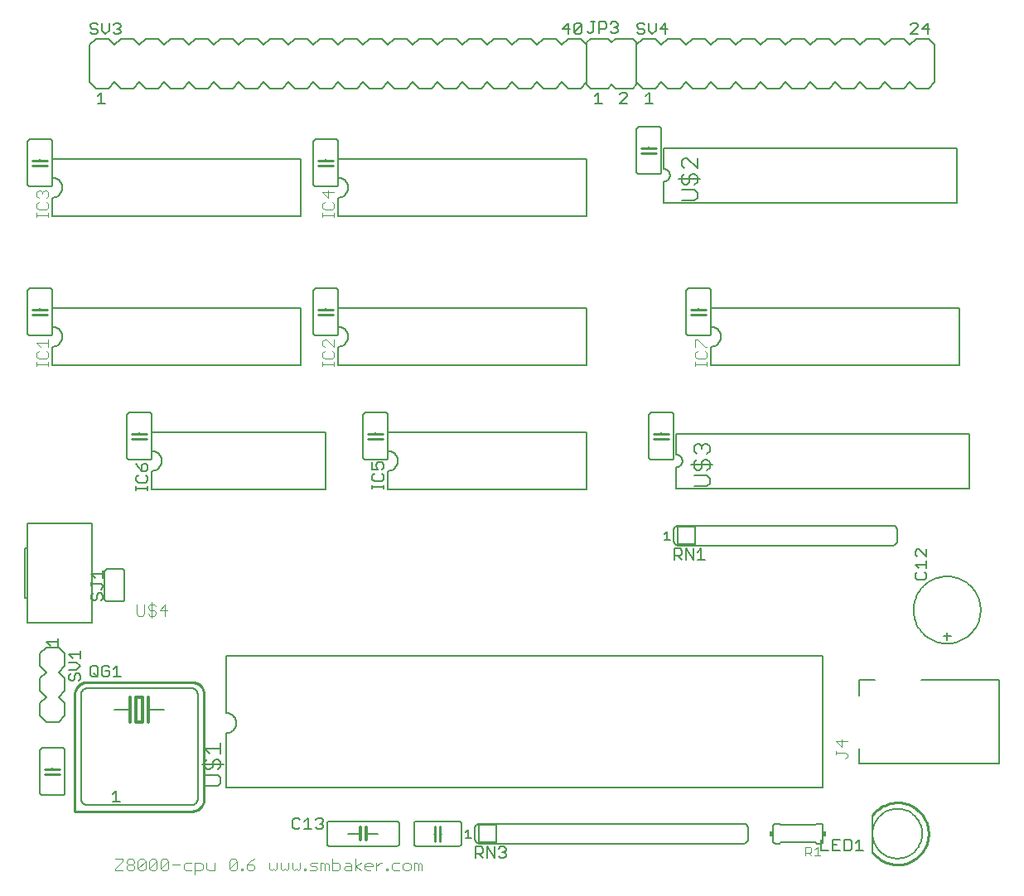
<source format=gto>
G75*
%MOIN*%
%OFA0B0*%
%FSLAX24Y24*%
%IPPOS*%
%LPD*%
%AMOC8*
5,1,8,0,0,1.08239X$1,22.5*
%
%ADD10C,0.0040*%
%ADD11C,0.0060*%
%ADD12C,0.0050*%
%ADD13C,0.0100*%
%ADD14C,0.0120*%
%ADD15C,0.0070*%
%ADD16C,0.0080*%
%ADD17R,0.0150X0.0200*%
D10*
X004200Y001200D02*
X004507Y001200D01*
X004660Y001277D02*
X004660Y001353D01*
X004737Y001430D01*
X004891Y001430D01*
X004967Y001353D01*
X004967Y001277D01*
X004891Y001200D01*
X004737Y001200D01*
X004660Y001277D01*
X004737Y001430D02*
X004660Y001507D01*
X004660Y001584D01*
X004737Y001660D01*
X004891Y001660D01*
X004967Y001584D01*
X004967Y001507D01*
X004891Y001430D01*
X005121Y001277D02*
X005428Y001584D01*
X005428Y001277D01*
X005351Y001200D01*
X005198Y001200D01*
X005121Y001277D01*
X005121Y001584D01*
X005198Y001660D01*
X005351Y001660D01*
X005428Y001584D01*
X005581Y001584D02*
X005658Y001660D01*
X005811Y001660D01*
X005888Y001584D01*
X005581Y001277D01*
X005658Y001200D01*
X005811Y001200D01*
X005888Y001277D01*
X005888Y001584D01*
X006042Y001584D02*
X006118Y001660D01*
X006272Y001660D01*
X006348Y001584D01*
X006042Y001277D01*
X006118Y001200D01*
X006272Y001200D01*
X006348Y001277D01*
X006348Y001584D01*
X006502Y001430D02*
X006809Y001430D01*
X006962Y001430D02*
X007039Y001507D01*
X007269Y001507D01*
X007423Y001507D02*
X007653Y001507D01*
X007730Y001430D01*
X007730Y001277D01*
X007653Y001200D01*
X007423Y001200D01*
X007423Y001047D02*
X007423Y001507D01*
X007269Y001200D02*
X007039Y001200D01*
X006962Y001277D01*
X006962Y001430D01*
X007883Y001507D02*
X007883Y001277D01*
X007960Y001200D01*
X008190Y001200D01*
X008190Y001507D01*
X008804Y001584D02*
X008804Y001277D01*
X009111Y001584D01*
X009111Y001277D01*
X009034Y001200D01*
X008881Y001200D01*
X008804Y001277D01*
X008804Y001584D02*
X008881Y001660D01*
X009034Y001660D01*
X009111Y001584D01*
X009264Y001277D02*
X009341Y001277D01*
X009341Y001200D01*
X009264Y001200D01*
X009264Y001277D01*
X009495Y001277D02*
X009571Y001200D01*
X009725Y001200D01*
X009801Y001277D01*
X009801Y001353D01*
X009725Y001430D01*
X009495Y001430D01*
X009495Y001277D01*
X009495Y001430D02*
X009648Y001584D01*
X009801Y001660D01*
X010415Y001507D02*
X010415Y001277D01*
X010492Y001200D01*
X010569Y001277D01*
X010645Y001200D01*
X010722Y001277D01*
X010722Y001507D01*
X010876Y001507D02*
X010876Y001277D01*
X010952Y001200D01*
X011029Y001277D01*
X011106Y001200D01*
X011183Y001277D01*
X011183Y001507D01*
X011336Y001507D02*
X011336Y001277D01*
X011413Y001200D01*
X011490Y001277D01*
X011566Y001200D01*
X011643Y001277D01*
X011643Y001507D01*
X011796Y001277D02*
X011873Y001277D01*
X011873Y001200D01*
X011796Y001200D01*
X011796Y001277D01*
X012027Y001200D02*
X012257Y001200D01*
X012334Y001277D01*
X012257Y001353D01*
X012103Y001353D01*
X012027Y001430D01*
X012103Y001507D01*
X012334Y001507D01*
X012487Y001507D02*
X012564Y001507D01*
X012641Y001430D01*
X012717Y001507D01*
X012794Y001430D01*
X012794Y001200D01*
X012947Y001200D02*
X012947Y001660D01*
X012947Y001507D02*
X013178Y001507D01*
X013254Y001430D01*
X013254Y001277D01*
X013178Y001200D01*
X012947Y001200D01*
X012641Y001200D02*
X012641Y001430D01*
X012487Y001507D02*
X012487Y001200D01*
X013408Y001277D02*
X013485Y001353D01*
X013715Y001353D01*
X013715Y001430D02*
X013715Y001200D01*
X013485Y001200D01*
X013408Y001277D01*
X013485Y001507D02*
X013638Y001507D01*
X013715Y001430D01*
X013868Y001353D02*
X014098Y001507D01*
X014252Y001430D02*
X014329Y001507D01*
X014482Y001507D01*
X014559Y001430D01*
X014559Y001353D01*
X014252Y001353D01*
X014252Y001277D02*
X014252Y001430D01*
X014252Y001277D02*
X014329Y001200D01*
X014482Y001200D01*
X014712Y001200D02*
X014712Y001507D01*
X014712Y001353D02*
X014866Y001507D01*
X014942Y001507D01*
X015096Y001277D02*
X015173Y001277D01*
X015173Y001200D01*
X015096Y001200D01*
X015096Y001277D01*
X015326Y001277D02*
X015403Y001200D01*
X015633Y001200D01*
X015787Y001277D02*
X015863Y001200D01*
X016017Y001200D01*
X016093Y001277D01*
X016093Y001430D01*
X016017Y001507D01*
X015863Y001507D01*
X015787Y001430D01*
X015787Y001277D01*
X015633Y001507D02*
X015403Y001507D01*
X015326Y001430D01*
X015326Y001277D01*
X016247Y001200D02*
X016247Y001507D01*
X016324Y001507D01*
X016400Y001430D01*
X016477Y001507D01*
X016554Y001430D01*
X016554Y001200D01*
X016400Y001200D02*
X016400Y001430D01*
X014098Y001200D02*
X013868Y001353D01*
X013868Y001200D02*
X013868Y001660D01*
X006042Y001584D02*
X006042Y001277D01*
X005581Y001277D02*
X005581Y001584D01*
X004507Y001584D02*
X004200Y001277D01*
X004200Y001200D01*
X004200Y001660D02*
X004507Y001660D01*
X004507Y001584D01*
X005683Y011373D02*
X005683Y011987D01*
X005759Y011910D02*
X005836Y011834D01*
X005759Y011910D02*
X005606Y011910D01*
X005529Y011834D01*
X005529Y011757D01*
X005606Y011680D01*
X005759Y011680D01*
X005836Y011603D01*
X005836Y011527D01*
X005759Y011450D01*
X005606Y011450D01*
X005529Y011527D01*
X005376Y011527D02*
X005376Y011910D01*
X005069Y011910D02*
X005069Y011527D01*
X005146Y011450D01*
X005299Y011450D01*
X005376Y011527D01*
X005990Y011680D02*
X006297Y011680D01*
X006220Y011450D02*
X006220Y011910D01*
X005990Y011680D01*
X001510Y021500D02*
X001510Y021653D01*
X001510Y021577D02*
X001050Y021577D01*
X001050Y021653D02*
X001050Y021500D01*
X001126Y021807D02*
X001433Y021807D01*
X001510Y021884D01*
X001510Y022037D01*
X001433Y022114D01*
X001510Y022267D02*
X001510Y022574D01*
X001510Y022421D02*
X001050Y022421D01*
X001203Y022267D01*
X001126Y022114D02*
X001050Y022037D01*
X001050Y021884D01*
X001126Y021807D01*
X001050Y027500D02*
X001050Y027653D01*
X001050Y027577D02*
X001510Y027577D01*
X001510Y027653D02*
X001510Y027500D01*
X001433Y027807D02*
X001126Y027807D01*
X001050Y027884D01*
X001050Y028037D01*
X001126Y028114D01*
X001126Y028267D02*
X001050Y028344D01*
X001050Y028498D01*
X001126Y028574D01*
X001203Y028574D01*
X001280Y028498D01*
X001357Y028574D01*
X001433Y028574D01*
X001510Y028498D01*
X001510Y028344D01*
X001433Y028267D01*
X001433Y028114D02*
X001510Y028037D01*
X001510Y027884D01*
X001433Y027807D01*
X001280Y028421D02*
X001280Y028498D01*
X012550Y028498D02*
X012780Y028267D01*
X012780Y028574D01*
X013010Y028498D02*
X012550Y028498D01*
X012626Y028114D02*
X012550Y028037D01*
X012550Y027884D01*
X012626Y027807D01*
X012933Y027807D01*
X013010Y027884D01*
X013010Y028037D01*
X012933Y028114D01*
X013010Y027653D02*
X013010Y027500D01*
X013010Y027577D02*
X012550Y027577D01*
X012550Y027653D02*
X012550Y027500D01*
X012626Y022574D02*
X012550Y022498D01*
X012550Y022344D01*
X012626Y022267D01*
X012626Y022114D02*
X012550Y022037D01*
X012550Y021884D01*
X012626Y021807D01*
X012933Y021807D01*
X013010Y021884D01*
X013010Y022037D01*
X012933Y022114D01*
X013010Y022267D02*
X012703Y022574D01*
X012626Y022574D01*
X013010Y022574D02*
X013010Y022267D01*
X013010Y021653D02*
X013010Y021500D01*
X013010Y021577D02*
X012550Y021577D01*
X012550Y021653D02*
X012550Y021500D01*
X027550Y021500D02*
X027550Y021653D01*
X027550Y021577D02*
X028010Y021577D01*
X028010Y021653D02*
X028010Y021500D01*
X027933Y021807D02*
X028010Y021884D01*
X028010Y022037D01*
X027933Y022114D01*
X027933Y022267D02*
X028010Y022267D01*
X027933Y022267D02*
X027626Y022574D01*
X027550Y022574D01*
X027550Y022267D01*
X027626Y022114D02*
X027550Y022037D01*
X027550Y021884D01*
X027626Y021807D01*
X027933Y021807D01*
X033200Y006391D02*
X033430Y006160D01*
X033430Y006467D01*
X033660Y006391D02*
X033200Y006391D01*
X033200Y006007D02*
X033200Y005853D01*
X033200Y005930D02*
X033583Y005930D01*
X033660Y005853D01*
X033660Y005777D01*
X033583Y005700D01*
X032458Y002150D02*
X032458Y001800D01*
X032574Y001800D02*
X032341Y001800D01*
X032215Y001800D02*
X032099Y001917D01*
X032157Y001917D02*
X031982Y001917D01*
X031982Y001800D02*
X031982Y002150D01*
X032157Y002150D01*
X032215Y002092D01*
X032215Y001975D01*
X032157Y001917D01*
X032341Y002034D02*
X032458Y002150D01*
D11*
X032430Y002280D02*
X032380Y002330D01*
X030980Y002330D01*
X030930Y002280D01*
X030780Y002280D01*
X030763Y002282D01*
X030746Y002286D01*
X030730Y002293D01*
X030716Y002303D01*
X030703Y002316D01*
X030693Y002330D01*
X030686Y002346D01*
X030682Y002363D01*
X030680Y002380D01*
X030680Y002980D01*
X030682Y002997D01*
X030686Y003014D01*
X030693Y003030D01*
X030703Y003044D01*
X030716Y003057D01*
X030730Y003067D01*
X030746Y003074D01*
X030763Y003078D01*
X030780Y003080D01*
X030930Y003080D01*
X030980Y003030D01*
X032380Y003030D01*
X032430Y003080D01*
X032580Y003080D01*
X032597Y003078D01*
X032614Y003074D01*
X032630Y003067D01*
X032644Y003057D01*
X032657Y003044D01*
X032667Y003030D01*
X032674Y003014D01*
X032678Y002997D01*
X032680Y002980D01*
X032680Y002380D01*
X032678Y002363D01*
X032674Y002346D01*
X032667Y002330D01*
X032657Y002316D01*
X032644Y002303D01*
X032630Y002293D01*
X032614Y002286D01*
X032597Y002282D01*
X032580Y002280D01*
X032430Y002280D01*
X032680Y004530D02*
X032680Y009830D01*
X008680Y009830D01*
X008680Y007530D01*
X008719Y007528D01*
X008758Y007522D01*
X008796Y007513D01*
X008833Y007500D01*
X008869Y007483D01*
X008902Y007463D01*
X008934Y007439D01*
X008963Y007413D01*
X008989Y007384D01*
X009013Y007352D01*
X009033Y007319D01*
X009050Y007283D01*
X009063Y007246D01*
X009072Y007208D01*
X009078Y007169D01*
X009080Y007130D01*
X009078Y007091D01*
X009072Y007052D01*
X009063Y007014D01*
X009050Y006977D01*
X009033Y006941D01*
X009013Y006908D01*
X008989Y006876D01*
X008963Y006847D01*
X008934Y006821D01*
X008902Y006797D01*
X008869Y006777D01*
X008833Y006760D01*
X008796Y006747D01*
X008758Y006738D01*
X008719Y006732D01*
X008680Y006730D01*
X008680Y004530D01*
X032680Y004530D01*
X029680Y002880D02*
X029680Y002480D01*
X029678Y002454D01*
X029673Y002428D01*
X029665Y002403D01*
X029653Y002380D01*
X029639Y002358D01*
X029621Y002339D01*
X029602Y002321D01*
X029580Y002307D01*
X029557Y002295D01*
X029532Y002287D01*
X029506Y002282D01*
X029480Y002280D01*
X018880Y002280D01*
X018830Y002330D02*
X018830Y003030D01*
X019530Y003030D01*
X019530Y002330D01*
X018830Y002330D01*
X018880Y002280D02*
X018854Y002282D01*
X018828Y002287D01*
X018803Y002295D01*
X018780Y002307D01*
X018758Y002321D01*
X018739Y002339D01*
X018721Y002358D01*
X018707Y002380D01*
X018695Y002403D01*
X018687Y002428D01*
X018682Y002454D01*
X018680Y002480D01*
X018680Y002880D01*
X018682Y002906D01*
X018687Y002932D01*
X018695Y002957D01*
X018707Y002980D01*
X018721Y003002D01*
X018739Y003021D01*
X018758Y003039D01*
X018780Y003053D01*
X018803Y003065D01*
X018828Y003073D01*
X018854Y003078D01*
X018880Y003080D01*
X029480Y003080D01*
X029506Y003078D01*
X029532Y003073D01*
X029557Y003065D01*
X029580Y003053D01*
X029602Y003039D01*
X029621Y003021D01*
X029639Y003002D01*
X029653Y002980D01*
X029665Y002957D01*
X029673Y002932D01*
X029678Y002906D01*
X029680Y002880D01*
X034680Y002680D02*
X034682Y002743D01*
X034688Y002805D01*
X034698Y002867D01*
X034711Y002929D01*
X034729Y002989D01*
X034750Y003048D01*
X034775Y003106D01*
X034804Y003162D01*
X034836Y003216D01*
X034871Y003268D01*
X034909Y003317D01*
X034951Y003365D01*
X034995Y003409D01*
X035043Y003451D01*
X035092Y003489D01*
X035144Y003524D01*
X035198Y003556D01*
X035254Y003585D01*
X035312Y003610D01*
X035371Y003631D01*
X035431Y003649D01*
X035493Y003662D01*
X035555Y003672D01*
X035617Y003678D01*
X035680Y003680D01*
X035743Y003678D01*
X035805Y003672D01*
X035867Y003662D01*
X035929Y003649D01*
X035989Y003631D01*
X036048Y003610D01*
X036106Y003585D01*
X036162Y003556D01*
X036216Y003524D01*
X036268Y003489D01*
X036317Y003451D01*
X036365Y003409D01*
X036409Y003365D01*
X036451Y003317D01*
X036489Y003268D01*
X036524Y003216D01*
X036556Y003162D01*
X036585Y003106D01*
X036610Y003048D01*
X036631Y002989D01*
X036649Y002929D01*
X036662Y002867D01*
X036672Y002805D01*
X036678Y002743D01*
X036680Y002680D01*
X036678Y002617D01*
X036672Y002555D01*
X036662Y002493D01*
X036649Y002431D01*
X036631Y002371D01*
X036610Y002312D01*
X036585Y002254D01*
X036556Y002198D01*
X036524Y002144D01*
X036489Y002092D01*
X036451Y002043D01*
X036409Y001995D01*
X036365Y001951D01*
X036317Y001909D01*
X036268Y001871D01*
X036216Y001836D01*
X036162Y001804D01*
X036106Y001775D01*
X036048Y001750D01*
X035989Y001729D01*
X035929Y001711D01*
X035867Y001698D01*
X035805Y001688D01*
X035743Y001682D01*
X035680Y001680D01*
X035617Y001682D01*
X035555Y001688D01*
X035493Y001698D01*
X035431Y001711D01*
X035371Y001729D01*
X035312Y001750D01*
X035254Y001775D01*
X035198Y001804D01*
X035144Y001836D01*
X035092Y001871D01*
X035043Y001909D01*
X034995Y001951D01*
X034951Y001995D01*
X034909Y002043D01*
X034871Y002092D01*
X034836Y002144D01*
X034804Y002198D01*
X034775Y002254D01*
X034750Y002312D01*
X034729Y002371D01*
X034711Y002431D01*
X034698Y002493D01*
X034688Y002555D01*
X034682Y002617D01*
X034680Y002680D01*
X037680Y010480D02*
X037680Y010780D01*
X037830Y010630D02*
X037530Y010630D01*
X036330Y011680D02*
X036332Y011753D01*
X036338Y011826D01*
X036348Y011898D01*
X036362Y011970D01*
X036379Y012041D01*
X036401Y012111D01*
X036426Y012180D01*
X036455Y012247D01*
X036487Y012312D01*
X036523Y012376D01*
X036563Y012438D01*
X036605Y012497D01*
X036651Y012554D01*
X036700Y012608D01*
X036752Y012660D01*
X036806Y012709D01*
X036863Y012755D01*
X036922Y012797D01*
X036984Y012837D01*
X037048Y012873D01*
X037113Y012905D01*
X037180Y012934D01*
X037249Y012959D01*
X037319Y012981D01*
X037390Y012998D01*
X037462Y013012D01*
X037534Y013022D01*
X037607Y013028D01*
X037680Y013030D01*
X037753Y013028D01*
X037826Y013022D01*
X037898Y013012D01*
X037970Y012998D01*
X038041Y012981D01*
X038111Y012959D01*
X038180Y012934D01*
X038247Y012905D01*
X038312Y012873D01*
X038376Y012837D01*
X038438Y012797D01*
X038497Y012755D01*
X038554Y012709D01*
X038608Y012660D01*
X038660Y012608D01*
X038709Y012554D01*
X038755Y012497D01*
X038797Y012438D01*
X038837Y012376D01*
X038873Y012312D01*
X038905Y012247D01*
X038934Y012180D01*
X038959Y012111D01*
X038981Y012041D01*
X038998Y011970D01*
X039012Y011898D01*
X039022Y011826D01*
X039028Y011753D01*
X039030Y011680D01*
X039028Y011607D01*
X039022Y011534D01*
X039012Y011462D01*
X038998Y011390D01*
X038981Y011319D01*
X038959Y011249D01*
X038934Y011180D01*
X038905Y011113D01*
X038873Y011048D01*
X038837Y010984D01*
X038797Y010922D01*
X038755Y010863D01*
X038709Y010806D01*
X038660Y010752D01*
X038608Y010700D01*
X038554Y010651D01*
X038497Y010605D01*
X038438Y010563D01*
X038376Y010523D01*
X038312Y010487D01*
X038247Y010455D01*
X038180Y010426D01*
X038111Y010401D01*
X038041Y010379D01*
X037970Y010362D01*
X037898Y010348D01*
X037826Y010338D01*
X037753Y010332D01*
X037680Y010330D01*
X037607Y010332D01*
X037534Y010338D01*
X037462Y010348D01*
X037390Y010362D01*
X037319Y010379D01*
X037249Y010401D01*
X037180Y010426D01*
X037113Y010455D01*
X037048Y010487D01*
X036984Y010523D01*
X036922Y010563D01*
X036863Y010605D01*
X036806Y010651D01*
X036752Y010700D01*
X036700Y010752D01*
X036651Y010806D01*
X036605Y010863D01*
X036563Y010922D01*
X036523Y010984D01*
X036487Y011048D01*
X036455Y011113D01*
X036426Y011180D01*
X036401Y011249D01*
X036379Y011319D01*
X036362Y011390D01*
X036348Y011462D01*
X036338Y011534D01*
X036332Y011607D01*
X036330Y011680D01*
X035480Y014280D02*
X026880Y014280D01*
X026830Y014330D02*
X026830Y015030D01*
X027530Y015030D01*
X027530Y014330D01*
X026830Y014330D01*
X026880Y014280D02*
X026854Y014282D01*
X026828Y014287D01*
X026803Y014295D01*
X026780Y014307D01*
X026758Y014321D01*
X026739Y014339D01*
X026721Y014358D01*
X026707Y014380D01*
X026695Y014403D01*
X026687Y014428D01*
X026682Y014454D01*
X026680Y014480D01*
X026680Y014880D01*
X026682Y014906D01*
X026687Y014932D01*
X026695Y014957D01*
X026707Y014980D01*
X026721Y015002D01*
X026739Y015021D01*
X026758Y015039D01*
X026780Y015053D01*
X026803Y015065D01*
X026828Y015073D01*
X026854Y015078D01*
X026880Y015080D01*
X035480Y015080D01*
X035506Y015078D01*
X035532Y015073D01*
X035557Y015065D01*
X035580Y015053D01*
X035602Y015039D01*
X035621Y015021D01*
X035639Y015002D01*
X035653Y014980D01*
X035665Y014957D01*
X035673Y014932D01*
X035678Y014906D01*
X035680Y014880D01*
X035680Y014480D01*
X035678Y014454D01*
X035673Y014428D01*
X035665Y014403D01*
X035653Y014380D01*
X035639Y014358D01*
X035621Y014339D01*
X035602Y014321D01*
X035580Y014307D01*
X035557Y014295D01*
X035532Y014287D01*
X035506Y014282D01*
X035480Y014280D01*
X038580Y016580D02*
X026780Y016580D01*
X026780Y017430D01*
X026810Y017432D01*
X026840Y017437D01*
X026869Y017446D01*
X026896Y017459D01*
X026922Y017474D01*
X026946Y017493D01*
X026967Y017514D01*
X026986Y017538D01*
X027001Y017564D01*
X027014Y017591D01*
X027023Y017620D01*
X027028Y017650D01*
X027030Y017680D01*
X027028Y017710D01*
X027023Y017740D01*
X027014Y017769D01*
X027001Y017796D01*
X026986Y017822D01*
X026967Y017846D01*
X026946Y017867D01*
X026922Y017886D01*
X026896Y017901D01*
X026869Y017914D01*
X026840Y017923D01*
X026810Y017928D01*
X026780Y017930D01*
X026780Y018780D01*
X038580Y018780D01*
X038580Y016580D01*
X038180Y021530D02*
X038180Y023830D01*
X028180Y023830D01*
X028180Y023080D01*
X028180Y022830D02*
X028180Y024530D01*
X028178Y024547D01*
X028174Y024564D01*
X028167Y024580D01*
X028157Y024594D01*
X028144Y024607D01*
X028130Y024617D01*
X028114Y024624D01*
X028097Y024628D01*
X028080Y024630D01*
X027280Y024630D01*
X027263Y024628D01*
X027246Y024624D01*
X027230Y024617D01*
X027216Y024607D01*
X027203Y024594D01*
X027193Y024580D01*
X027186Y024564D01*
X027182Y024547D01*
X027180Y024530D01*
X027180Y022830D01*
X027182Y022813D01*
X027186Y022796D01*
X027193Y022780D01*
X027203Y022766D01*
X027216Y022753D01*
X027230Y022743D01*
X027246Y022736D01*
X027263Y022732D01*
X027280Y022730D01*
X028080Y022730D01*
X028097Y022732D01*
X028114Y022736D01*
X028130Y022743D01*
X028144Y022753D01*
X028157Y022766D01*
X028167Y022780D01*
X028174Y022796D01*
X028178Y022813D01*
X028180Y022830D01*
X028180Y023080D02*
X028219Y023078D01*
X028258Y023072D01*
X028296Y023063D01*
X028333Y023050D01*
X028369Y023033D01*
X028402Y023013D01*
X028434Y022989D01*
X028463Y022963D01*
X028489Y022934D01*
X028513Y022902D01*
X028533Y022869D01*
X028550Y022833D01*
X028563Y022796D01*
X028572Y022758D01*
X028578Y022719D01*
X028580Y022680D01*
X028578Y022641D01*
X028572Y022602D01*
X028563Y022564D01*
X028550Y022527D01*
X028533Y022491D01*
X028513Y022458D01*
X028489Y022426D01*
X028463Y022397D01*
X028434Y022371D01*
X028402Y022347D01*
X028369Y022327D01*
X028333Y022310D01*
X028296Y022297D01*
X028258Y022288D01*
X028219Y022282D01*
X028180Y022280D01*
X028180Y021530D01*
X038180Y021530D01*
X038080Y028080D02*
X026280Y028080D01*
X026280Y028930D01*
X026310Y028932D01*
X026340Y028937D01*
X026369Y028946D01*
X026396Y028959D01*
X026422Y028974D01*
X026446Y028993D01*
X026467Y029014D01*
X026486Y029038D01*
X026501Y029064D01*
X026514Y029091D01*
X026523Y029120D01*
X026528Y029150D01*
X026530Y029180D01*
X026528Y029210D01*
X026523Y029240D01*
X026514Y029269D01*
X026501Y029296D01*
X026486Y029322D01*
X026467Y029346D01*
X026446Y029367D01*
X026422Y029386D01*
X026396Y029401D01*
X026369Y029414D01*
X026340Y029423D01*
X026310Y029428D01*
X026280Y029430D01*
X026280Y030280D01*
X038080Y030280D01*
X038080Y028080D01*
X036930Y032680D02*
X036430Y032680D01*
X036180Y032930D01*
X035930Y032680D01*
X035430Y032680D01*
X035180Y032930D01*
X034930Y032680D01*
X034430Y032680D01*
X034180Y032930D01*
X033930Y032680D01*
X033430Y032680D01*
X033180Y032930D01*
X032930Y032680D01*
X032430Y032680D01*
X032180Y032930D01*
X031930Y032680D01*
X031430Y032680D01*
X031180Y032930D01*
X030930Y032680D01*
X030430Y032680D01*
X030180Y032930D01*
X029930Y032680D01*
X029430Y032680D01*
X029180Y032930D01*
X028930Y032680D01*
X028430Y032680D01*
X028180Y032930D01*
X027930Y032680D01*
X027430Y032680D01*
X027180Y032930D01*
X026930Y032680D01*
X026430Y032680D01*
X026180Y032930D01*
X025930Y032680D01*
X025430Y032680D01*
X025180Y032930D01*
X025180Y034430D01*
X025430Y034680D01*
X025930Y034680D01*
X026180Y034430D01*
X026430Y034680D01*
X026930Y034680D01*
X027180Y034430D01*
X027430Y034680D01*
X027930Y034680D01*
X028180Y034430D01*
X028430Y034680D01*
X028930Y034680D01*
X029180Y034430D01*
X029430Y034680D01*
X029930Y034680D01*
X030180Y034430D01*
X030430Y034680D01*
X030930Y034680D01*
X031180Y034430D01*
X031430Y034680D01*
X031930Y034680D01*
X032180Y034430D01*
X032430Y034680D01*
X032930Y034680D01*
X033180Y034430D01*
X033430Y034680D01*
X033930Y034680D01*
X034180Y034430D01*
X034430Y034680D01*
X034930Y034680D01*
X035180Y034430D01*
X035430Y034680D01*
X035930Y034680D01*
X036180Y034430D01*
X036430Y034680D01*
X036930Y034680D01*
X037180Y034430D01*
X037180Y032930D01*
X036930Y032680D01*
X027680Y023830D02*
X027680Y023780D01*
X027680Y023580D02*
X027680Y023530D01*
X026580Y019630D02*
X025780Y019630D01*
X025763Y019628D01*
X025746Y019624D01*
X025730Y019617D01*
X025716Y019607D01*
X025703Y019594D01*
X025693Y019580D01*
X025686Y019564D01*
X025682Y019547D01*
X025680Y019530D01*
X025680Y017830D01*
X025682Y017813D01*
X025686Y017796D01*
X025693Y017780D01*
X025703Y017766D01*
X025716Y017753D01*
X025730Y017743D01*
X025746Y017736D01*
X025763Y017732D01*
X025780Y017730D01*
X026580Y017730D01*
X026597Y017732D01*
X026614Y017736D01*
X026630Y017743D01*
X026644Y017753D01*
X026657Y017766D01*
X026667Y017780D01*
X026674Y017796D01*
X026678Y017813D01*
X026680Y017830D01*
X026680Y019530D01*
X026678Y019547D01*
X026674Y019564D01*
X026667Y019580D01*
X026657Y019594D01*
X026644Y019607D01*
X026630Y019617D01*
X026614Y019624D01*
X026597Y019628D01*
X026580Y019630D01*
X026180Y018830D02*
X026180Y018780D01*
X026180Y018580D02*
X026180Y018530D01*
X023180Y018830D02*
X023180Y016530D01*
X015180Y016530D01*
X015180Y017280D01*
X015219Y017282D01*
X015258Y017288D01*
X015296Y017297D01*
X015333Y017310D01*
X015369Y017327D01*
X015402Y017347D01*
X015434Y017371D01*
X015463Y017397D01*
X015489Y017426D01*
X015513Y017458D01*
X015533Y017491D01*
X015550Y017527D01*
X015563Y017564D01*
X015572Y017602D01*
X015578Y017641D01*
X015580Y017680D01*
X015578Y017719D01*
X015572Y017758D01*
X015563Y017796D01*
X015550Y017833D01*
X015533Y017869D01*
X015513Y017902D01*
X015489Y017934D01*
X015463Y017963D01*
X015434Y017989D01*
X015402Y018013D01*
X015369Y018033D01*
X015333Y018050D01*
X015296Y018063D01*
X015258Y018072D01*
X015219Y018078D01*
X015180Y018080D01*
X015180Y018830D01*
X023180Y018830D01*
X023180Y021530D02*
X023180Y023830D01*
X013180Y023830D01*
X013180Y023080D01*
X013180Y022830D02*
X013180Y024530D01*
X013178Y024547D01*
X013174Y024564D01*
X013167Y024580D01*
X013157Y024594D01*
X013144Y024607D01*
X013130Y024617D01*
X013114Y024624D01*
X013097Y024628D01*
X013080Y024630D01*
X012280Y024630D01*
X012263Y024628D01*
X012246Y024624D01*
X012230Y024617D01*
X012216Y024607D01*
X012203Y024594D01*
X012193Y024580D01*
X012186Y024564D01*
X012182Y024547D01*
X012180Y024530D01*
X012180Y022830D01*
X012182Y022813D01*
X012186Y022796D01*
X012193Y022780D01*
X012203Y022766D01*
X012216Y022753D01*
X012230Y022743D01*
X012246Y022736D01*
X012263Y022732D01*
X012280Y022730D01*
X013080Y022730D01*
X013097Y022732D01*
X013114Y022736D01*
X013130Y022743D01*
X013144Y022753D01*
X013157Y022766D01*
X013167Y022780D01*
X013174Y022796D01*
X013178Y022813D01*
X013180Y022830D01*
X013180Y023080D02*
X013219Y023078D01*
X013258Y023072D01*
X013296Y023063D01*
X013333Y023050D01*
X013369Y023033D01*
X013402Y023013D01*
X013434Y022989D01*
X013463Y022963D01*
X013489Y022934D01*
X013513Y022902D01*
X013533Y022869D01*
X013550Y022833D01*
X013563Y022796D01*
X013572Y022758D01*
X013578Y022719D01*
X013580Y022680D01*
X013578Y022641D01*
X013572Y022602D01*
X013563Y022564D01*
X013550Y022527D01*
X013533Y022491D01*
X013513Y022458D01*
X013489Y022426D01*
X013463Y022397D01*
X013434Y022371D01*
X013402Y022347D01*
X013369Y022327D01*
X013333Y022310D01*
X013296Y022297D01*
X013258Y022288D01*
X013219Y022282D01*
X013180Y022280D01*
X013180Y021530D01*
X023180Y021530D01*
X023180Y027530D02*
X023180Y029830D01*
X013180Y029830D01*
X013180Y029080D01*
X013180Y028830D02*
X013180Y030530D01*
X013178Y030547D01*
X013174Y030564D01*
X013167Y030580D01*
X013157Y030594D01*
X013144Y030607D01*
X013130Y030617D01*
X013114Y030624D01*
X013097Y030628D01*
X013080Y030630D01*
X012280Y030630D01*
X012263Y030628D01*
X012246Y030624D01*
X012230Y030617D01*
X012216Y030607D01*
X012203Y030594D01*
X012193Y030580D01*
X012186Y030564D01*
X012182Y030547D01*
X012180Y030530D01*
X012180Y028830D01*
X012182Y028813D01*
X012186Y028796D01*
X012193Y028780D01*
X012203Y028766D01*
X012216Y028753D01*
X012230Y028743D01*
X012246Y028736D01*
X012263Y028732D01*
X012280Y028730D01*
X013080Y028730D01*
X013097Y028732D01*
X013114Y028736D01*
X013130Y028743D01*
X013144Y028753D01*
X013157Y028766D01*
X013167Y028780D01*
X013174Y028796D01*
X013178Y028813D01*
X013180Y028830D01*
X013180Y029080D02*
X013219Y029078D01*
X013258Y029072D01*
X013296Y029063D01*
X013333Y029050D01*
X013369Y029033D01*
X013402Y029013D01*
X013434Y028989D01*
X013463Y028963D01*
X013489Y028934D01*
X013513Y028902D01*
X013533Y028869D01*
X013550Y028833D01*
X013563Y028796D01*
X013572Y028758D01*
X013578Y028719D01*
X013580Y028680D01*
X013578Y028641D01*
X013572Y028602D01*
X013563Y028564D01*
X013550Y028527D01*
X013533Y028491D01*
X013513Y028458D01*
X013489Y028426D01*
X013463Y028397D01*
X013434Y028371D01*
X013402Y028347D01*
X013369Y028327D01*
X013333Y028310D01*
X013296Y028297D01*
X013258Y028288D01*
X013219Y028282D01*
X013180Y028280D01*
X013180Y027530D01*
X023180Y027530D01*
X025180Y029330D02*
X025180Y031030D01*
X025182Y031047D01*
X025186Y031064D01*
X025193Y031080D01*
X025203Y031094D01*
X025216Y031107D01*
X025230Y031117D01*
X025246Y031124D01*
X025263Y031128D01*
X025280Y031130D01*
X026080Y031130D01*
X026097Y031128D01*
X026114Y031124D01*
X026130Y031117D01*
X026144Y031107D01*
X026157Y031094D01*
X026167Y031080D01*
X026174Y031064D01*
X026178Y031047D01*
X026180Y031030D01*
X026180Y029330D01*
X026178Y029313D01*
X026174Y029296D01*
X026167Y029280D01*
X026157Y029266D01*
X026144Y029253D01*
X026130Y029243D01*
X026114Y029236D01*
X026097Y029232D01*
X026080Y029230D01*
X025280Y029230D01*
X025263Y029232D01*
X025246Y029236D01*
X025230Y029243D01*
X025216Y029253D01*
X025203Y029266D01*
X025193Y029280D01*
X025186Y029296D01*
X025182Y029313D01*
X025180Y029330D01*
X025680Y030030D02*
X025680Y030080D01*
X025680Y030280D02*
X025680Y030330D01*
X025030Y032680D02*
X024330Y032680D01*
X024180Y032830D01*
X024030Y032680D01*
X023330Y032680D01*
X023180Y032830D01*
X023180Y034530D01*
X023330Y034680D01*
X024030Y034680D01*
X024180Y034530D01*
X024330Y034680D01*
X025030Y034680D01*
X025180Y034530D01*
X025180Y032830D01*
X025030Y032680D01*
X023180Y032930D02*
X023180Y034430D01*
X022930Y034680D01*
X022430Y034680D01*
X022180Y034430D01*
X021930Y034680D01*
X021430Y034680D01*
X021180Y034430D01*
X020930Y034680D01*
X020430Y034680D01*
X020180Y034430D01*
X019930Y034680D01*
X019430Y034680D01*
X019180Y034430D01*
X018930Y034680D01*
X018430Y034680D01*
X018180Y034430D01*
X017930Y034680D01*
X017430Y034680D01*
X017180Y034430D01*
X016930Y034680D01*
X016430Y034680D01*
X016180Y034430D01*
X015930Y034680D01*
X015430Y034680D01*
X015180Y034430D01*
X014930Y034680D01*
X014430Y034680D01*
X014180Y034430D01*
X013930Y034680D01*
X013430Y034680D01*
X013180Y034430D01*
X012930Y034680D01*
X012430Y034680D01*
X012180Y034430D01*
X011930Y034680D01*
X011430Y034680D01*
X011180Y034430D01*
X010930Y034680D01*
X010430Y034680D01*
X010180Y034430D01*
X009930Y034680D01*
X009430Y034680D01*
X009180Y034430D01*
X008930Y034680D01*
X008430Y034680D01*
X008180Y034430D01*
X007930Y034680D01*
X007430Y034680D01*
X007180Y034430D01*
X006930Y034680D01*
X006430Y034680D01*
X006180Y034430D01*
X005930Y034680D01*
X005430Y034680D01*
X005180Y034430D01*
X004930Y034680D01*
X004430Y034680D01*
X004180Y034430D01*
X003930Y034680D01*
X003430Y034680D01*
X003180Y034430D01*
X003180Y032930D01*
X003430Y032680D01*
X003930Y032680D01*
X004180Y032930D01*
X004430Y032680D01*
X004930Y032680D01*
X005180Y032930D01*
X005430Y032680D01*
X005930Y032680D01*
X006180Y032930D01*
X006430Y032680D01*
X006930Y032680D01*
X007180Y032930D01*
X007430Y032680D01*
X007930Y032680D01*
X008180Y032930D01*
X008430Y032680D01*
X008930Y032680D01*
X009180Y032930D01*
X009430Y032680D01*
X009930Y032680D01*
X010180Y032930D01*
X010430Y032680D01*
X010930Y032680D01*
X011180Y032930D01*
X011430Y032680D01*
X011930Y032680D01*
X012180Y032930D01*
X012430Y032680D01*
X012930Y032680D01*
X013180Y032930D01*
X013430Y032680D01*
X013930Y032680D01*
X014180Y032930D01*
X014430Y032680D01*
X014930Y032680D01*
X015180Y032930D01*
X015430Y032680D01*
X015930Y032680D01*
X016180Y032930D01*
X016430Y032680D01*
X016930Y032680D01*
X017180Y032930D01*
X017430Y032680D01*
X017930Y032680D01*
X018180Y032930D01*
X018430Y032680D01*
X018930Y032680D01*
X019180Y032930D01*
X019430Y032680D01*
X019930Y032680D01*
X020180Y032930D01*
X020430Y032680D01*
X020930Y032680D01*
X021180Y032930D01*
X021430Y032680D01*
X021930Y032680D01*
X022180Y032930D01*
X022430Y032680D01*
X022930Y032680D01*
X023180Y032930D01*
X012680Y029830D02*
X012680Y029780D01*
X012680Y029580D02*
X012680Y029530D01*
X011680Y029830D02*
X011680Y027530D01*
X001680Y027530D01*
X001680Y028280D01*
X001719Y028282D01*
X001758Y028288D01*
X001796Y028297D01*
X001833Y028310D01*
X001869Y028327D01*
X001902Y028347D01*
X001934Y028371D01*
X001963Y028397D01*
X001989Y028426D01*
X002013Y028458D01*
X002033Y028491D01*
X002050Y028527D01*
X002063Y028564D01*
X002072Y028602D01*
X002078Y028641D01*
X002080Y028680D01*
X002078Y028719D01*
X002072Y028758D01*
X002063Y028796D01*
X002050Y028833D01*
X002033Y028869D01*
X002013Y028902D01*
X001989Y028934D01*
X001963Y028963D01*
X001934Y028989D01*
X001902Y029013D01*
X001869Y029033D01*
X001833Y029050D01*
X001796Y029063D01*
X001758Y029072D01*
X001719Y029078D01*
X001680Y029080D01*
X001680Y029830D01*
X011680Y029830D01*
X011680Y023830D02*
X011680Y021530D01*
X001680Y021530D01*
X001680Y022280D01*
X001719Y022282D01*
X001758Y022288D01*
X001796Y022297D01*
X001833Y022310D01*
X001869Y022327D01*
X001902Y022347D01*
X001934Y022371D01*
X001963Y022397D01*
X001989Y022426D01*
X002013Y022458D01*
X002033Y022491D01*
X002050Y022527D01*
X002063Y022564D01*
X002072Y022602D01*
X002078Y022641D01*
X002080Y022680D01*
X002078Y022719D01*
X002072Y022758D01*
X002063Y022796D01*
X002050Y022833D01*
X002033Y022869D01*
X002013Y022902D01*
X001989Y022934D01*
X001963Y022963D01*
X001934Y022989D01*
X001902Y023013D01*
X001869Y023033D01*
X001833Y023050D01*
X001796Y023063D01*
X001758Y023072D01*
X001719Y023078D01*
X001680Y023080D01*
X001680Y023830D01*
X011680Y023830D01*
X012680Y023830D02*
X012680Y023780D01*
X012680Y023580D02*
X012680Y023530D01*
X014280Y019630D02*
X015080Y019630D01*
X015097Y019628D01*
X015114Y019624D01*
X015130Y019617D01*
X015144Y019607D01*
X015157Y019594D01*
X015167Y019580D01*
X015174Y019564D01*
X015178Y019547D01*
X015180Y019530D01*
X015180Y017830D01*
X015178Y017813D01*
X015174Y017796D01*
X015167Y017780D01*
X015157Y017766D01*
X015144Y017753D01*
X015130Y017743D01*
X015114Y017736D01*
X015097Y017732D01*
X015080Y017730D01*
X014280Y017730D01*
X014263Y017732D01*
X014246Y017736D01*
X014230Y017743D01*
X014216Y017753D01*
X014203Y017766D01*
X014193Y017780D01*
X014186Y017796D01*
X014182Y017813D01*
X014180Y017830D01*
X014180Y019530D01*
X014182Y019547D01*
X014186Y019564D01*
X014193Y019580D01*
X014203Y019594D01*
X014216Y019607D01*
X014230Y019617D01*
X014246Y019624D01*
X014263Y019628D01*
X014280Y019630D01*
X014680Y018830D02*
X014680Y018780D01*
X014680Y018580D02*
X014680Y018530D01*
X012680Y018830D02*
X012680Y016530D01*
X005680Y016530D01*
X005680Y017280D01*
X005719Y017282D01*
X005758Y017288D01*
X005796Y017297D01*
X005833Y017310D01*
X005869Y017327D01*
X005902Y017347D01*
X005934Y017371D01*
X005963Y017397D01*
X005989Y017426D01*
X006013Y017458D01*
X006033Y017491D01*
X006050Y017527D01*
X006063Y017564D01*
X006072Y017602D01*
X006078Y017641D01*
X006080Y017680D01*
X006078Y017719D01*
X006072Y017758D01*
X006063Y017796D01*
X006050Y017833D01*
X006033Y017869D01*
X006013Y017902D01*
X005989Y017934D01*
X005963Y017963D01*
X005934Y017989D01*
X005902Y018013D01*
X005869Y018033D01*
X005833Y018050D01*
X005796Y018063D01*
X005758Y018072D01*
X005719Y018078D01*
X005680Y018080D01*
X005680Y018830D01*
X012680Y018830D01*
X005680Y019530D02*
X005680Y017830D01*
X005678Y017813D01*
X005674Y017796D01*
X005667Y017780D01*
X005657Y017766D01*
X005644Y017753D01*
X005630Y017743D01*
X005614Y017736D01*
X005597Y017732D01*
X005580Y017730D01*
X004780Y017730D01*
X004763Y017732D01*
X004746Y017736D01*
X004730Y017743D01*
X004716Y017753D01*
X004703Y017766D01*
X004693Y017780D01*
X004686Y017796D01*
X004682Y017813D01*
X004680Y017830D01*
X004680Y019530D01*
X004682Y019547D01*
X004686Y019564D01*
X004693Y019580D01*
X004703Y019594D01*
X004716Y019607D01*
X004730Y019617D01*
X004746Y019624D01*
X004763Y019628D01*
X004780Y019630D01*
X005580Y019630D01*
X005597Y019628D01*
X005614Y019624D01*
X005630Y019617D01*
X005644Y019607D01*
X005657Y019594D01*
X005667Y019580D01*
X005674Y019564D01*
X005678Y019547D01*
X005680Y019530D01*
X005180Y018830D02*
X005180Y018780D01*
X005180Y018580D02*
X005180Y018530D01*
X001580Y022730D02*
X000780Y022730D01*
X000763Y022732D01*
X000746Y022736D01*
X000730Y022743D01*
X000716Y022753D01*
X000703Y022766D01*
X000693Y022780D01*
X000686Y022796D01*
X000682Y022813D01*
X000680Y022830D01*
X000680Y024530D01*
X000682Y024547D01*
X000686Y024564D01*
X000693Y024580D01*
X000703Y024594D01*
X000716Y024607D01*
X000730Y024617D01*
X000746Y024624D01*
X000763Y024628D01*
X000780Y024630D01*
X001580Y024630D01*
X001597Y024628D01*
X001614Y024624D01*
X001630Y024617D01*
X001644Y024607D01*
X001657Y024594D01*
X001667Y024580D01*
X001674Y024564D01*
X001678Y024547D01*
X001680Y024530D01*
X001680Y022830D01*
X001678Y022813D01*
X001674Y022796D01*
X001667Y022780D01*
X001657Y022766D01*
X001644Y022753D01*
X001630Y022743D01*
X001614Y022736D01*
X001597Y022732D01*
X001580Y022730D01*
X001180Y023530D02*
X001180Y023580D01*
X001180Y023780D02*
X001180Y023830D01*
X001580Y028730D02*
X000780Y028730D01*
X000763Y028732D01*
X000746Y028736D01*
X000730Y028743D01*
X000716Y028753D01*
X000703Y028766D01*
X000693Y028780D01*
X000686Y028796D01*
X000682Y028813D01*
X000680Y028830D01*
X000680Y030530D01*
X000682Y030547D01*
X000686Y030564D01*
X000693Y030580D01*
X000703Y030594D01*
X000716Y030607D01*
X000730Y030617D01*
X000746Y030624D01*
X000763Y030628D01*
X000780Y030630D01*
X001580Y030630D01*
X001597Y030628D01*
X001614Y030624D01*
X001630Y030617D01*
X001644Y030607D01*
X001657Y030594D01*
X001667Y030580D01*
X001674Y030564D01*
X001678Y030547D01*
X001680Y030530D01*
X001680Y028830D01*
X001678Y028813D01*
X001674Y028796D01*
X001667Y028780D01*
X001657Y028766D01*
X001644Y028753D01*
X001630Y028743D01*
X001614Y028736D01*
X001597Y028732D01*
X001580Y028730D01*
X001180Y029530D02*
X001180Y029580D01*
X001180Y029780D02*
X001180Y029830D01*
X003880Y013330D02*
X004480Y013330D01*
X004497Y013328D01*
X004514Y013324D01*
X004530Y013317D01*
X004544Y013307D01*
X004557Y013294D01*
X004567Y013280D01*
X004574Y013264D01*
X004578Y013247D01*
X004580Y013230D01*
X004580Y012130D01*
X004578Y012113D01*
X004574Y012096D01*
X004567Y012080D01*
X004557Y012066D01*
X004544Y012053D01*
X004530Y012043D01*
X004514Y012036D01*
X004497Y012032D01*
X004480Y012030D01*
X003880Y012030D01*
X003863Y012032D01*
X003846Y012036D01*
X003830Y012043D01*
X003816Y012053D01*
X003803Y012066D01*
X003793Y012080D01*
X003786Y012096D01*
X003782Y012113D01*
X003780Y012130D01*
X003780Y013230D01*
X003782Y013247D01*
X003786Y013264D01*
X003793Y013280D01*
X003803Y013294D01*
X003816Y013307D01*
X003830Y013317D01*
X003846Y013324D01*
X003863Y013328D01*
X003880Y013330D01*
X001930Y010180D02*
X001430Y010180D01*
X001180Y009930D01*
X001180Y009430D01*
X001430Y009180D01*
X001180Y008930D01*
X001180Y008430D01*
X001430Y008180D01*
X001180Y007930D01*
X001180Y007430D01*
X001430Y007180D01*
X001930Y007180D01*
X002180Y007430D01*
X002180Y007930D01*
X001930Y008180D01*
X002180Y008430D01*
X002180Y008930D01*
X001930Y009180D01*
X002180Y009430D01*
X002180Y009930D01*
X001930Y010180D01*
X003080Y008530D02*
X007280Y008530D01*
X007310Y008528D01*
X007340Y008523D01*
X007369Y008514D01*
X007396Y008501D01*
X007422Y008486D01*
X007446Y008467D01*
X007467Y008446D01*
X007486Y008422D01*
X007501Y008396D01*
X007514Y008369D01*
X007523Y008340D01*
X007528Y008310D01*
X007530Y008280D01*
X007530Y004080D01*
X007528Y004050D01*
X007523Y004020D01*
X007514Y003991D01*
X007501Y003964D01*
X007486Y003938D01*
X007467Y003914D01*
X007446Y003893D01*
X007422Y003874D01*
X007396Y003859D01*
X007369Y003846D01*
X007340Y003837D01*
X007310Y003832D01*
X007280Y003830D01*
X003080Y003830D01*
X003050Y003832D01*
X003020Y003837D01*
X002991Y003846D01*
X002964Y003859D01*
X002938Y003874D01*
X002914Y003893D01*
X002893Y003914D01*
X002874Y003938D01*
X002859Y003964D01*
X002846Y003991D01*
X002837Y004020D01*
X002832Y004050D01*
X002830Y004080D01*
X002830Y008280D01*
X002832Y008310D01*
X002837Y008340D01*
X002846Y008369D01*
X002859Y008396D01*
X002874Y008422D01*
X002893Y008446D01*
X002914Y008467D01*
X002938Y008486D01*
X002964Y008501D01*
X002991Y008514D01*
X003020Y008523D01*
X003050Y008528D01*
X003080Y008530D01*
X004180Y007680D02*
X004810Y007680D01*
X005550Y007680D02*
X006180Y007680D01*
X007809Y006113D02*
X008450Y006113D01*
X008450Y006326D02*
X008450Y005899D01*
X008343Y005682D02*
X008236Y005682D01*
X008130Y005575D01*
X008130Y005361D01*
X008023Y005255D01*
X007916Y005255D01*
X007809Y005361D01*
X007809Y005575D01*
X007916Y005682D01*
X008023Y005899D02*
X007809Y006113D01*
X007703Y005468D02*
X008557Y005468D01*
X008450Y005361D02*
X008450Y005575D01*
X008343Y005682D01*
X008450Y005361D02*
X008343Y005255D01*
X008343Y005037D02*
X007809Y005037D01*
X007809Y004610D02*
X008343Y004610D01*
X008450Y004717D01*
X008450Y004930D01*
X008343Y005037D01*
X012730Y003080D02*
X012730Y002280D01*
X012732Y002263D01*
X012736Y002246D01*
X012743Y002230D01*
X012753Y002216D01*
X012766Y002203D01*
X012780Y002193D01*
X012796Y002186D01*
X012813Y002182D01*
X012830Y002180D01*
X015530Y002180D01*
X015547Y002182D01*
X015564Y002186D01*
X015580Y002193D01*
X015594Y002203D01*
X015607Y002216D01*
X015617Y002230D01*
X015624Y002246D01*
X015628Y002263D01*
X015630Y002280D01*
X015630Y003080D01*
X015628Y003097D01*
X015624Y003114D01*
X015617Y003130D01*
X015607Y003144D01*
X015594Y003157D01*
X015580Y003167D01*
X015564Y003174D01*
X015547Y003178D01*
X015530Y003180D01*
X012830Y003180D01*
X012813Y003178D01*
X012796Y003174D01*
X012780Y003167D01*
X012766Y003157D01*
X012753Y003144D01*
X012743Y003130D01*
X012736Y003114D01*
X012732Y003097D01*
X012730Y003080D01*
X013580Y002680D02*
X014060Y002680D01*
X014310Y002680D02*
X014780Y002680D01*
X016230Y002280D02*
X016230Y003080D01*
X016232Y003097D01*
X016236Y003114D01*
X016243Y003130D01*
X016253Y003144D01*
X016266Y003157D01*
X016280Y003167D01*
X016296Y003174D01*
X016313Y003178D01*
X016330Y003180D01*
X018030Y003180D01*
X018047Y003178D01*
X018064Y003174D01*
X018080Y003167D01*
X018094Y003157D01*
X018107Y003144D01*
X018117Y003130D01*
X018124Y003114D01*
X018128Y003097D01*
X018130Y003080D01*
X018130Y002280D01*
X018128Y002263D01*
X018124Y002246D01*
X018117Y002230D01*
X018107Y002216D01*
X018094Y002203D01*
X018080Y002193D01*
X018064Y002186D01*
X018047Y002182D01*
X018030Y002180D01*
X016330Y002180D01*
X016313Y002182D01*
X016296Y002186D01*
X016280Y002193D01*
X016266Y002203D01*
X016253Y002216D01*
X016243Y002230D01*
X016236Y002246D01*
X016232Y002263D01*
X016230Y002280D01*
X017030Y002680D02*
X017080Y002680D01*
X017280Y002680D02*
X017330Y002680D01*
X002180Y004330D02*
X002180Y006030D01*
X002178Y006047D01*
X002174Y006064D01*
X002167Y006080D01*
X002157Y006094D01*
X002144Y006107D01*
X002130Y006117D01*
X002114Y006124D01*
X002097Y006128D01*
X002080Y006130D01*
X001280Y006130D01*
X001263Y006128D01*
X001246Y006124D01*
X001230Y006117D01*
X001216Y006107D01*
X001203Y006094D01*
X001193Y006080D01*
X001186Y006064D01*
X001182Y006047D01*
X001180Y006030D01*
X001180Y004330D01*
X001182Y004313D01*
X001186Y004296D01*
X001193Y004280D01*
X001203Y004266D01*
X001216Y004253D01*
X001230Y004243D01*
X001246Y004236D01*
X001263Y004232D01*
X001280Y004230D01*
X002080Y004230D01*
X002097Y004232D01*
X002114Y004236D01*
X002130Y004243D01*
X002144Y004253D01*
X002157Y004266D01*
X002167Y004280D01*
X002174Y004296D01*
X002178Y004313D01*
X002180Y004330D01*
X001680Y005030D02*
X001680Y005080D01*
X001680Y005280D02*
X001680Y005330D01*
D12*
X004105Y004255D02*
X004255Y004405D01*
X004255Y003955D01*
X004105Y003955D02*
X004405Y003955D01*
X004426Y008995D02*
X004126Y008995D01*
X004276Y008995D02*
X004276Y009445D01*
X004126Y009295D01*
X003966Y009220D02*
X003966Y009070D01*
X003891Y008995D01*
X003740Y008995D01*
X003665Y009070D01*
X003665Y009370D01*
X003740Y009445D01*
X003891Y009445D01*
X003966Y009370D01*
X003966Y009220D02*
X003816Y009220D01*
X003505Y009070D02*
X003430Y008995D01*
X003280Y008995D01*
X003205Y009070D01*
X003205Y009370D01*
X003280Y009445D01*
X003430Y009445D01*
X003505Y009370D01*
X003505Y009070D01*
X003505Y008995D02*
X003355Y009145D01*
X002805Y009049D02*
X002805Y008899D01*
X002730Y008824D01*
X002580Y008899D02*
X002580Y009049D01*
X002655Y009124D01*
X002730Y009124D01*
X002805Y009049D01*
X002580Y008899D02*
X002505Y008824D01*
X002430Y008824D01*
X002355Y008899D01*
X002355Y009049D01*
X002430Y009124D01*
X002355Y009284D02*
X002655Y009284D01*
X002805Y009434D01*
X002655Y009584D01*
X002355Y009584D01*
X002505Y009745D02*
X002355Y009895D01*
X002805Y009895D01*
X002805Y009745D02*
X002805Y010045D01*
X001905Y010245D02*
X001905Y010545D01*
X001905Y010395D02*
X001455Y010395D01*
X001605Y010245D01*
X000670Y011180D02*
X000670Y012180D01*
X000580Y012180D01*
X000580Y014180D01*
X000670Y014180D01*
X000670Y015180D01*
X003270Y015180D01*
X003270Y011180D01*
X000670Y011180D01*
X000670Y012180D02*
X000670Y014180D01*
X003255Y013126D02*
X003405Y012976D01*
X003255Y013126D02*
X003705Y013126D01*
X003705Y012976D02*
X003705Y013276D01*
X003630Y012741D02*
X003255Y012741D01*
X003255Y012666D02*
X003255Y012816D01*
X003630Y012741D02*
X003705Y012666D01*
X003705Y012590D01*
X003630Y012515D01*
X003630Y012355D02*
X003705Y012280D01*
X003705Y012130D01*
X003630Y012055D01*
X003480Y012130D02*
X003480Y012280D01*
X003555Y012355D01*
X003630Y012355D01*
X003480Y012130D02*
X003405Y012055D01*
X003330Y012055D01*
X003255Y012130D01*
X003255Y012280D01*
X003330Y012355D01*
X005055Y016505D02*
X005055Y016655D01*
X005055Y016580D02*
X005505Y016580D01*
X005505Y016505D02*
X005505Y016655D01*
X005430Y016812D02*
X005130Y016812D01*
X005055Y016887D01*
X005055Y017037D01*
X005130Y017112D01*
X005280Y017272D02*
X005130Y017422D01*
X005055Y017573D01*
X005280Y017498D02*
X005280Y017272D01*
X005430Y017272D01*
X005505Y017347D01*
X005505Y017498D01*
X005430Y017573D01*
X005355Y017573D01*
X005280Y017498D01*
X005430Y017112D02*
X005505Y017037D01*
X005505Y016887D01*
X005430Y016812D01*
X014555Y016705D02*
X014555Y016555D01*
X014555Y016630D02*
X015005Y016630D01*
X015005Y016555D02*
X015005Y016705D01*
X014930Y016862D02*
X015005Y016937D01*
X015005Y017087D01*
X014930Y017162D01*
X014930Y017322D02*
X015005Y017397D01*
X015005Y017548D01*
X014930Y017623D01*
X014780Y017623D01*
X014705Y017548D01*
X014705Y017472D01*
X014780Y017322D01*
X014555Y017322D01*
X014555Y017623D01*
X014630Y017162D02*
X014555Y017087D01*
X014555Y016937D01*
X014630Y016862D01*
X014930Y016862D01*
X026305Y014732D02*
X026418Y014845D01*
X026418Y014505D01*
X026305Y014505D02*
X026532Y014505D01*
X026705Y014155D02*
X026930Y014155D01*
X027005Y014080D01*
X027005Y013930D01*
X026930Y013855D01*
X026705Y013855D01*
X026705Y013705D02*
X026705Y014155D01*
X026855Y013855D02*
X027005Y013705D01*
X027165Y013705D02*
X027165Y014155D01*
X027466Y013705D01*
X027466Y014155D01*
X027626Y014005D02*
X027776Y014155D01*
X027776Y013705D01*
X027626Y013705D02*
X027926Y013705D01*
X036405Y013516D02*
X036555Y013365D01*
X036480Y013205D02*
X036405Y013130D01*
X036405Y012980D01*
X036480Y012905D01*
X036780Y012905D01*
X036855Y012980D01*
X036855Y013130D01*
X036780Y013205D01*
X036855Y013365D02*
X036855Y013666D01*
X036855Y013516D02*
X036405Y013516D01*
X036480Y013826D02*
X036405Y013901D01*
X036405Y014051D01*
X036480Y014126D01*
X036555Y014126D01*
X036855Y013826D01*
X036855Y014126D01*
X034145Y002445D02*
X034145Y001995D01*
X033995Y001995D02*
X034295Y001995D01*
X033995Y002295D02*
X034145Y002445D01*
X033834Y002370D02*
X033834Y002070D01*
X033759Y001995D01*
X033534Y001995D01*
X033534Y002445D01*
X033759Y002445D01*
X033834Y002370D01*
X033374Y002445D02*
X033074Y002445D01*
X033074Y001995D01*
X033374Y001995D01*
X033224Y002220D02*
X033074Y002220D01*
X032914Y001995D02*
X032613Y001995D01*
X032613Y002445D01*
X019926Y002080D02*
X019926Y002005D01*
X019851Y001930D01*
X019926Y001855D01*
X019926Y001780D01*
X019851Y001705D01*
X019701Y001705D01*
X019626Y001780D01*
X019466Y001705D02*
X019466Y002155D01*
X019626Y002080D02*
X019701Y002155D01*
X019851Y002155D01*
X019926Y002080D01*
X019851Y001930D02*
X019776Y001930D01*
X019466Y001705D02*
X019165Y002155D01*
X019165Y001705D01*
X019005Y001705D02*
X018855Y001855D01*
X018930Y001855D02*
X018705Y001855D01*
X018705Y001705D02*
X018705Y002155D01*
X018930Y002155D01*
X019005Y002080D01*
X019005Y001930D01*
X018930Y001855D01*
X018532Y002505D02*
X018305Y002505D01*
X018418Y002505D02*
X018418Y002845D01*
X018305Y002732D01*
X012576Y002930D02*
X012501Y002855D01*
X012351Y002855D01*
X012276Y002930D01*
X012116Y002855D02*
X011815Y002855D01*
X011966Y002855D02*
X011966Y003305D01*
X011815Y003155D01*
X011655Y003230D02*
X011580Y003305D01*
X011430Y003305D01*
X011355Y003230D01*
X011355Y002930D01*
X011430Y002855D01*
X011580Y002855D01*
X011655Y002930D01*
X012276Y003230D02*
X012351Y003305D01*
X012501Y003305D01*
X012576Y003230D01*
X012576Y003155D01*
X012501Y003080D01*
X012576Y003005D01*
X012576Y002930D01*
X012501Y003080D02*
X012426Y003080D01*
X003805Y032055D02*
X003505Y032055D01*
X003655Y032055D02*
X003655Y032505D01*
X003505Y032355D01*
X003430Y034855D02*
X003280Y034855D01*
X003205Y034930D01*
X003280Y035080D02*
X003205Y035155D01*
X003205Y035230D01*
X003280Y035305D01*
X003430Y035305D01*
X003505Y035230D01*
X003430Y035080D02*
X003505Y035005D01*
X003505Y034930D01*
X003430Y034855D01*
X003430Y035080D02*
X003280Y035080D01*
X003665Y035005D02*
X003816Y034855D01*
X003966Y035005D01*
X003966Y035305D01*
X004126Y035230D02*
X004201Y035305D01*
X004351Y035305D01*
X004426Y035230D01*
X004426Y035155D01*
X004351Y035080D01*
X004426Y035005D01*
X004426Y034930D01*
X004351Y034855D01*
X004201Y034855D01*
X004126Y034930D01*
X004276Y035080D02*
X004351Y035080D01*
X003665Y035005D02*
X003665Y035305D01*
X022205Y035080D02*
X022505Y035080D01*
X022665Y034930D02*
X022740Y034855D01*
X022891Y034855D01*
X022966Y034930D01*
X022966Y035230D01*
X022665Y034930D01*
X022665Y035230D01*
X022740Y035305D01*
X022891Y035305D01*
X022966Y035230D01*
X023205Y034980D02*
X023280Y034905D01*
X023355Y034905D01*
X023430Y034980D01*
X023430Y035355D01*
X023355Y035355D02*
X023505Y035355D01*
X023665Y035355D02*
X023891Y035355D01*
X023966Y035280D01*
X023966Y035130D01*
X023891Y035055D01*
X023665Y035055D01*
X023665Y034905D02*
X023665Y035355D01*
X024126Y035280D02*
X024201Y035355D01*
X024351Y035355D01*
X024426Y035280D01*
X024426Y035205D01*
X024351Y035130D01*
X024426Y035055D01*
X024426Y034980D01*
X024351Y034905D01*
X024201Y034905D01*
X024126Y034980D01*
X024276Y035130D02*
X024351Y035130D01*
X025205Y035155D02*
X025280Y035080D01*
X025430Y035080D01*
X025505Y035005D01*
X025505Y034930D01*
X025430Y034855D01*
X025280Y034855D01*
X025205Y034930D01*
X025205Y035155D02*
X025205Y035230D01*
X025280Y035305D01*
X025430Y035305D01*
X025505Y035230D01*
X025665Y035305D02*
X025665Y035005D01*
X025816Y034855D01*
X025966Y035005D01*
X025966Y035305D01*
X026126Y035080D02*
X026426Y035080D01*
X026351Y034855D02*
X026351Y035305D01*
X026126Y035080D01*
X025705Y032505D02*
X025705Y032055D01*
X025555Y032055D02*
X025855Y032055D01*
X025555Y032355D02*
X025705Y032505D01*
X024805Y032430D02*
X024805Y032355D01*
X024505Y032055D01*
X024805Y032055D01*
X024805Y032430D02*
X024730Y032505D01*
X024580Y032505D01*
X024505Y032430D01*
X023805Y032055D02*
X023505Y032055D01*
X023655Y032055D02*
X023655Y032505D01*
X023505Y032355D01*
X022430Y034855D02*
X022430Y035305D01*
X022205Y035080D01*
X036205Y035230D02*
X036280Y035305D01*
X036430Y035305D01*
X036505Y035230D01*
X036505Y035155D01*
X036205Y034855D01*
X036505Y034855D01*
X036665Y035080D02*
X036966Y035080D01*
X036891Y034855D02*
X036891Y035305D01*
X036665Y035080D01*
D13*
X002580Y008280D02*
X002580Y003580D01*
X007280Y003580D01*
X007324Y003582D01*
X007367Y003588D01*
X007409Y003597D01*
X007451Y003610D01*
X007491Y003627D01*
X007530Y003647D01*
X007567Y003670D01*
X007601Y003697D01*
X007634Y003726D01*
X007663Y003759D01*
X007690Y003793D01*
X007713Y003830D01*
X007733Y003869D01*
X007750Y003909D01*
X007763Y003951D01*
X007772Y003993D01*
X007778Y004036D01*
X007780Y004080D01*
X007780Y008280D01*
X007778Y008324D01*
X007772Y008367D01*
X007763Y008409D01*
X007750Y008451D01*
X007733Y008491D01*
X007713Y008530D01*
X007690Y008567D01*
X007663Y008601D01*
X007634Y008634D01*
X007601Y008663D01*
X007567Y008690D01*
X007530Y008713D01*
X007491Y008733D01*
X007451Y008750D01*
X007409Y008763D01*
X007367Y008772D01*
X007324Y008778D01*
X007280Y008780D01*
X003080Y008780D01*
X003036Y008778D01*
X002993Y008772D01*
X002951Y008763D01*
X002909Y008750D01*
X002869Y008733D01*
X002830Y008713D01*
X002793Y008690D01*
X002759Y008663D01*
X002726Y008634D01*
X002697Y008601D01*
X002670Y008567D01*
X002647Y008530D01*
X002627Y008491D01*
X002610Y008451D01*
X002597Y008409D01*
X002588Y008367D01*
X002582Y008324D01*
X002580Y008280D01*
X001980Y005280D02*
X001680Y005280D01*
X001380Y005280D01*
X001380Y005080D02*
X001680Y005080D01*
X001980Y005080D01*
X004880Y018580D02*
X005180Y018580D01*
X005480Y018580D01*
X005480Y018780D02*
X005180Y018780D01*
X004880Y018780D01*
X001480Y023580D02*
X001180Y023580D01*
X000880Y023580D01*
X000880Y023780D02*
X001180Y023780D01*
X001480Y023780D01*
X001480Y029580D02*
X001180Y029580D01*
X000880Y029580D01*
X000880Y029780D02*
X001180Y029780D01*
X001480Y029780D01*
X012380Y029780D02*
X012680Y029780D01*
X012980Y029780D01*
X012980Y029580D02*
X012680Y029580D01*
X012380Y029580D01*
X012380Y023780D02*
X012680Y023780D01*
X012980Y023780D01*
X012980Y023580D02*
X012680Y023580D01*
X012380Y023580D01*
X014380Y018780D02*
X014680Y018780D01*
X014980Y018780D01*
X014980Y018580D02*
X014680Y018580D01*
X014380Y018580D01*
X025880Y018580D02*
X026180Y018580D01*
X026480Y018580D01*
X026480Y018780D02*
X026180Y018780D01*
X025880Y018780D01*
X027380Y023580D02*
X027680Y023580D01*
X027980Y023580D01*
X027980Y023780D02*
X027680Y023780D01*
X027380Y023780D01*
X025980Y030080D02*
X025680Y030080D01*
X025380Y030080D01*
X025380Y030280D02*
X025680Y030280D01*
X025980Y030280D01*
X017280Y002980D02*
X017280Y002680D01*
X017280Y002380D01*
X017080Y002380D02*
X017080Y002680D01*
X017080Y002980D01*
X034680Y003430D02*
X034723Y003484D01*
X034769Y003536D01*
X034818Y003585D01*
X034870Y003632D01*
X034924Y003675D01*
X034980Y003716D01*
X035039Y003753D01*
X035099Y003787D01*
X035162Y003817D01*
X035225Y003844D01*
X035291Y003868D01*
X035357Y003888D01*
X035425Y003904D01*
X035493Y003916D01*
X035562Y003924D01*
X035631Y003929D01*
X035701Y003930D01*
X035770Y003927D01*
X035839Y003920D01*
X035907Y003909D01*
X035975Y003895D01*
X036042Y003876D01*
X036108Y003854D01*
X036173Y003829D01*
X036236Y003800D01*
X036297Y003767D01*
X036356Y003731D01*
X036413Y003692D01*
X036469Y003650D01*
X036521Y003605D01*
X036571Y003557D01*
X036618Y003506D01*
X036663Y003452D01*
X036704Y003397D01*
X036742Y003339D01*
X036777Y003279D01*
X036809Y003217D01*
X036837Y003154D01*
X036861Y003089D01*
X036882Y003023D01*
X036899Y002955D01*
X036913Y002887D01*
X036922Y002818D01*
X036928Y002749D01*
X036930Y002680D01*
X036928Y002611D01*
X036922Y002542D01*
X036913Y002473D01*
X036899Y002405D01*
X036882Y002337D01*
X036861Y002271D01*
X036837Y002206D01*
X036809Y002143D01*
X036777Y002081D01*
X036742Y002021D01*
X036704Y001963D01*
X036663Y001908D01*
X036618Y001854D01*
X036571Y001803D01*
X036521Y001755D01*
X036469Y001710D01*
X036413Y001668D01*
X036356Y001629D01*
X036297Y001593D01*
X036236Y001560D01*
X036173Y001531D01*
X036108Y001506D01*
X036042Y001484D01*
X035975Y001465D01*
X035907Y001451D01*
X035839Y001440D01*
X035770Y001433D01*
X035701Y001430D01*
X035631Y001431D01*
X035562Y001436D01*
X035493Y001444D01*
X035425Y001456D01*
X035357Y001472D01*
X035291Y001492D01*
X035225Y001516D01*
X035162Y001543D01*
X035099Y001573D01*
X035039Y001607D01*
X034980Y001644D01*
X034924Y001685D01*
X034870Y001728D01*
X034818Y001775D01*
X034769Y001824D01*
X034723Y001876D01*
X034680Y001930D01*
D14*
X014310Y002430D02*
X014310Y002680D01*
X014310Y002930D01*
X014060Y002930D02*
X014060Y002680D01*
X014060Y002430D01*
X005550Y007180D02*
X005550Y007680D01*
X005550Y008180D01*
X005300Y008180D02*
X005050Y008180D01*
X005050Y007180D01*
X005300Y007180D01*
X005300Y008180D01*
X004810Y008180D02*
X004810Y007680D01*
X004810Y007180D01*
D15*
X027389Y017520D02*
X028230Y017520D01*
X028125Y017625D02*
X028020Y017730D01*
X027915Y017730D01*
X027810Y017625D01*
X027810Y017415D01*
X027705Y017310D01*
X027600Y017310D01*
X027494Y017415D01*
X027494Y017625D01*
X027600Y017730D01*
X027600Y017954D02*
X027494Y018059D01*
X027494Y018269D01*
X027600Y018374D01*
X027705Y018374D01*
X027810Y018269D01*
X027915Y018374D01*
X028020Y018374D01*
X028125Y018269D01*
X028125Y018059D01*
X028020Y017954D01*
X027810Y018164D02*
X027810Y018269D01*
X028125Y017625D02*
X028125Y017415D01*
X028020Y017310D01*
X028020Y017085D02*
X027494Y017085D01*
X027494Y016665D02*
X028020Y016665D01*
X028125Y016770D01*
X028125Y016980D01*
X028020Y017085D01*
X027520Y028165D02*
X026994Y028165D01*
X026994Y028585D02*
X027520Y028585D01*
X027625Y028480D01*
X027625Y028270D01*
X027520Y028165D01*
X027520Y028810D02*
X027625Y028915D01*
X027625Y029125D01*
X027520Y029230D01*
X027415Y029230D01*
X027310Y029125D01*
X027310Y028915D01*
X027205Y028810D01*
X027100Y028810D01*
X026994Y028915D01*
X026994Y029125D01*
X027100Y029230D01*
X027100Y029454D02*
X026994Y029559D01*
X026994Y029769D01*
X027100Y029874D01*
X027205Y029874D01*
X027625Y029454D01*
X027625Y029874D01*
X027730Y029020D02*
X026889Y029020D01*
D16*
X034145Y008873D02*
X034774Y008873D01*
X034145Y008873D02*
X034145Y008243D01*
X034145Y006117D02*
X034145Y005487D01*
X039774Y005487D01*
X039774Y008873D01*
X036645Y008873D01*
X034680Y003430D02*
X034680Y001930D01*
D17*
X032755Y002680D03*
X030605Y002680D03*
M02*

</source>
